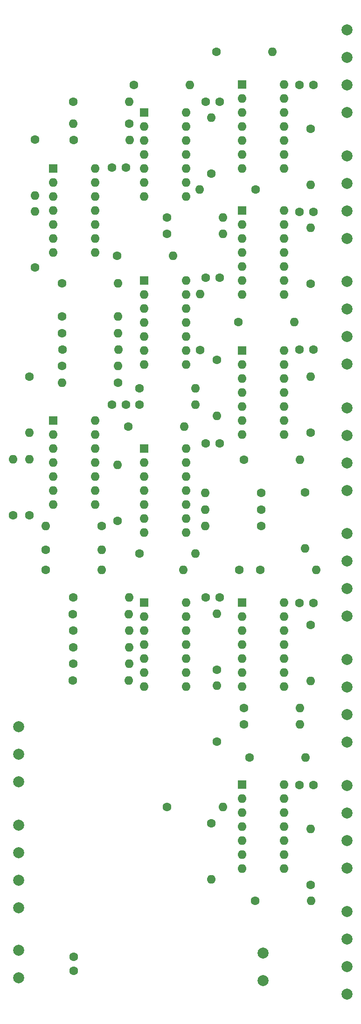
<source format=gbr>
%TF.GenerationSoftware,KiCad,Pcbnew,(6.0.8)*%
%TF.CreationDate,2022-11-05T23:26:06+09:00*%
%TF.ProjectId,CIRCUITOS,43495243-5549-4544-9f53-2e6b69636164,rev?*%
%TF.SameCoordinates,Original*%
%TF.FileFunction,Soldermask,Bot*%
%TF.FilePolarity,Negative*%
%FSLAX46Y46*%
G04 Gerber Fmt 4.6, Leading zero omitted, Abs format (unit mm)*
G04 Created by KiCad (PCBNEW (6.0.8)) date 2022-11-05 23:26:06*
%MOMM*%
%LPD*%
G01*
G04 APERTURE LIST*
%ADD10C,1.600000*%
%ADD11O,1.600000X1.600000*%
%ADD12R,1.600000X1.600000*%
%ADD13C,2.000000*%
G04 APERTURE END LIST*
D10*
%TO.C,R90*%
X129920000Y-113000000D03*
D11*
X140080000Y-113000000D03*
%TD*%
D10*
%TO.C,R89*%
X117920000Y-127000000D03*
D11*
X128080000Y-127000000D03*
%TD*%
D10*
%TO.C,R87*%
X152080000Y-102000000D03*
D11*
X141920000Y-102000000D03*
%TD*%
D10*
%TO.C,R86*%
X112920000Y-116000000D03*
D11*
X123080000Y-116000000D03*
%TD*%
D10*
%TO.C,R85*%
X152080000Y-108000000D03*
D11*
X141920000Y-108000000D03*
%TD*%
D10*
%TO.C,R84*%
X152080000Y-105000000D03*
D11*
X141920000Y-105000000D03*
%TD*%
D10*
%TO.C,R83*%
X117840000Y-136000000D03*
D11*
X128000000Y-136000000D03*
%TD*%
D10*
%TO.C,R82*%
X144000000Y-147080000D03*
D11*
X144000000Y-136920000D03*
%TD*%
D10*
%TO.C,R81*%
X117920000Y-130000000D03*
D11*
X128080000Y-130000000D03*
%TD*%
D10*
%TO.C,R80*%
X117920000Y-133000000D03*
D11*
X128080000Y-133000000D03*
%TD*%
D10*
%TO.C,R79*%
X117840000Y-124000000D03*
D11*
X128000000Y-124000000D03*
%TD*%
D10*
%TO.C,R78*%
X117920000Y-121000000D03*
D11*
X128080000Y-121000000D03*
%TD*%
D10*
%TO.C,R77*%
X148080000Y-116000000D03*
D11*
X137920000Y-116000000D03*
%TD*%
D10*
%TO.C,R76*%
X144000000Y-134080000D03*
D11*
X144000000Y-123920000D03*
%TD*%
D10*
%TO.C,R69*%
X123080000Y-108000000D03*
D11*
X112920000Y-108000000D03*
%TD*%
D10*
%TO.C,R67*%
X118000000Y-38000000D03*
D11*
X128160000Y-38000000D03*
%TD*%
D10*
%TO.C,R64*%
X117920000Y-31000000D03*
D11*
X128080000Y-31000000D03*
%TD*%
D10*
%TO.C,R62*%
X128920000Y-28000000D03*
D11*
X139080000Y-28000000D03*
%TD*%
D10*
%TO.C,R61*%
X126080000Y-82000000D03*
D11*
X115920000Y-82000000D03*
%TD*%
D10*
%TO.C,R60*%
X111000000Y-37920000D03*
D11*
X111000000Y-48080000D03*
%TD*%
D10*
%TO.C,R59*%
X110000000Y-80920000D03*
D11*
X110000000Y-91080000D03*
%TD*%
D10*
%TO.C,R54*%
X110000000Y-106080000D03*
D11*
X110000000Y-95920000D03*
%TD*%
D10*
%TO.C,R53*%
X107000000Y-106080000D03*
D11*
X107000000Y-95920000D03*
%TD*%
D10*
%TO.C,R52*%
X128080000Y-35000000D03*
D11*
X117920000Y-35000000D03*
%TD*%
D10*
%TO.C,R49*%
X115920000Y-64000000D03*
D11*
X126080000Y-64000000D03*
%TD*%
D10*
%TO.C,R48*%
X125920000Y-59000000D03*
D11*
X136080000Y-59000000D03*
%TD*%
D10*
%TO.C,R46*%
X115920000Y-73000000D03*
D11*
X126080000Y-73000000D03*
%TD*%
D10*
%TO.C,R45*%
X116000000Y-76000000D03*
D11*
X126160000Y-76000000D03*
%TD*%
D10*
%TO.C,R44*%
X115920000Y-79000000D03*
D11*
X126080000Y-79000000D03*
%TD*%
D10*
%TO.C,R43*%
X111000000Y-61080000D03*
D11*
X111000000Y-50920000D03*
%TD*%
D10*
%TO.C,R41*%
X134920000Y-52000000D03*
D11*
X145080000Y-52000000D03*
%TD*%
D10*
%TO.C,R38*%
X134920000Y-55000000D03*
D11*
X145080000Y-55000000D03*
%TD*%
D10*
%TO.C,R34*%
X134920000Y-159000000D03*
D11*
X145080000Y-159000000D03*
%TD*%
D10*
%TO.C,R33*%
X112920000Y-112320000D03*
D11*
X123080000Y-112320000D03*
%TD*%
D10*
%TO.C,R31*%
X161000000Y-173080000D03*
D11*
X161000000Y-162920000D03*
%TD*%
D10*
%TO.C,R30*%
X143000000Y-161920000D03*
D11*
X143000000Y-172080000D03*
%TD*%
D10*
%TO.C,R27*%
X150920000Y-176000000D03*
D11*
X161080000Y-176000000D03*
%TD*%
D10*
%TO.C,R26*%
X151920000Y-116000000D03*
D11*
X162080000Y-116000000D03*
%TD*%
D10*
%TO.C,R25*%
X129920000Y-83000000D03*
D11*
X140080000Y-83000000D03*
%TD*%
D10*
%TO.C,R24*%
X126000000Y-107080000D03*
D11*
X126000000Y-96920000D03*
%TD*%
D10*
%TO.C,R23*%
X148920000Y-144000000D03*
D11*
X159080000Y-144000000D03*
%TD*%
D10*
%TO.C,R22*%
X161000000Y-125920000D03*
D11*
X161000000Y-136080000D03*
%TD*%
D10*
%TO.C,R19*%
X148920000Y-141000000D03*
D11*
X159080000Y-141000000D03*
%TD*%
D10*
%TO.C,R18*%
X161000000Y-91080000D03*
D11*
X161000000Y-80920000D03*
%TD*%
D10*
%TO.C,R17*%
X129920000Y-86000000D03*
D11*
X140080000Y-86000000D03*
%TD*%
D10*
%TO.C,R16*%
X141000000Y-76080000D03*
D11*
X141000000Y-65920000D03*
%TD*%
D10*
%TO.C,R15*%
X148920000Y-96000000D03*
D11*
X159080000Y-96000000D03*
%TD*%
D10*
%TO.C,R14*%
X144000000Y-77840000D03*
D11*
X144000000Y-88000000D03*
%TD*%
D10*
%TO.C,R11*%
X160000000Y-101920000D03*
D11*
X160000000Y-112080000D03*
%TD*%
D10*
%TO.C,R10*%
X143000000Y-44080000D03*
D11*
X143000000Y-33920000D03*
%TD*%
D10*
%TO.C,R9*%
X143920000Y-22000000D03*
D11*
X154080000Y-22000000D03*
%TD*%
D10*
%TO.C,R8*%
X115920000Y-70000000D03*
D11*
X126080000Y-70000000D03*
%TD*%
D10*
%TO.C,R7*%
X161000000Y-64080000D03*
D11*
X161000000Y-53920000D03*
%TD*%
D10*
%TO.C,R6*%
X151000000Y-47000000D03*
D11*
X140840000Y-47000000D03*
%TD*%
D10*
%TO.C,R3*%
X161000000Y-35920000D03*
D11*
X161000000Y-46080000D03*
%TD*%
D10*
%TO.C,R2*%
X127920000Y-90000000D03*
D11*
X138080000Y-90000000D03*
%TD*%
D10*
%TO.C,R1*%
X149920000Y-150000000D03*
D11*
X160080000Y-150000000D03*
%TD*%
D10*
%TO.C,R58*%
X147920000Y-71000000D03*
D11*
X158080000Y-71000000D03*
%TD*%
D12*
%TO.C,PXor3*%
X130820000Y-93980000D03*
D11*
X130820000Y-96520000D03*
X130820000Y-99060000D03*
X130820000Y-101600000D03*
X130820000Y-104140000D03*
X130820000Y-106680000D03*
X130820000Y-109220000D03*
X138440000Y-109220000D03*
X138440000Y-106680000D03*
X138440000Y-104140000D03*
X138440000Y-101600000D03*
X138440000Y-99060000D03*
X138440000Y-96520000D03*
X138440000Y-93980000D03*
%TD*%
D12*
%TO.C,PXor2*%
X130820000Y-121920000D03*
D11*
X130820000Y-124460000D03*
X130820000Y-127000000D03*
X130820000Y-129540000D03*
X130820000Y-132080000D03*
X130820000Y-134620000D03*
X130820000Y-137160000D03*
X138440000Y-137160000D03*
X138440000Y-134620000D03*
X138440000Y-132080000D03*
X138440000Y-129540000D03*
X138440000Y-127000000D03*
X138440000Y-124460000D03*
X138440000Y-121920000D03*
%TD*%
D12*
%TO.C,PXor1*%
X130820000Y-33015000D03*
D11*
X130820000Y-35555000D03*
X130820000Y-38095000D03*
X130820000Y-40635000D03*
X130820000Y-43175000D03*
X130820000Y-45715000D03*
X130820000Y-48255000D03*
X138440000Y-48255000D03*
X138440000Y-45715000D03*
X138440000Y-43175000D03*
X138440000Y-40635000D03*
X138440000Y-38095000D03*
X138440000Y-35555000D03*
X138440000Y-33015000D03*
%TD*%
%TO.C,PAND7*%
X156220000Y-154935000D03*
X156220000Y-157475000D03*
X156220000Y-160015000D03*
X156220000Y-162555000D03*
X156220000Y-165095000D03*
X156220000Y-167635000D03*
X156220000Y-170175000D03*
X148600000Y-170175000D03*
X148600000Y-167635000D03*
X148600000Y-165095000D03*
X148600000Y-162555000D03*
X148600000Y-160015000D03*
X148600000Y-157475000D03*
D12*
X148600000Y-154935000D03*
%TD*%
D11*
%TO.C,PAND6*%
X156220000Y-121915000D03*
X156220000Y-124455000D03*
X156220000Y-126995000D03*
X156220000Y-129535000D03*
X156220000Y-132075000D03*
X156220000Y-134615000D03*
X156220000Y-137155000D03*
X148600000Y-137155000D03*
X148600000Y-134615000D03*
X148600000Y-132075000D03*
X148600000Y-129535000D03*
X148600000Y-126995000D03*
X148600000Y-124455000D03*
D12*
X148600000Y-121915000D03*
%TD*%
D11*
%TO.C,PAND5*%
X156220000Y-76200000D03*
X156220000Y-78740000D03*
X156220000Y-81280000D03*
X156220000Y-83820000D03*
X156220000Y-86360000D03*
X156220000Y-88900000D03*
X156220000Y-91440000D03*
X148600000Y-91440000D03*
X148600000Y-88900000D03*
X148600000Y-86360000D03*
X148600000Y-83820000D03*
X148600000Y-81280000D03*
X148600000Y-78740000D03*
D12*
X148600000Y-76200000D03*
%TD*%
%TO.C,PAND4*%
X148600000Y-27935000D03*
D11*
X148600000Y-30475000D03*
X148600000Y-33015000D03*
X148600000Y-35555000D03*
X148600000Y-38095000D03*
X148600000Y-40635000D03*
X148600000Y-43175000D03*
X156220000Y-43175000D03*
X156220000Y-40635000D03*
X156220000Y-38095000D03*
X156220000Y-35555000D03*
X156220000Y-33015000D03*
X156220000Y-30475000D03*
X156220000Y-27935000D03*
%TD*%
D12*
%TO.C,PAND3*%
X114300000Y-88895000D03*
D11*
X114300000Y-91435000D03*
X114300000Y-93975000D03*
X114300000Y-96515000D03*
X114300000Y-99055000D03*
X114300000Y-101595000D03*
X114300000Y-104135000D03*
X121920000Y-104135000D03*
X121920000Y-101595000D03*
X121920000Y-99055000D03*
X121920000Y-96515000D03*
X121920000Y-93975000D03*
X121920000Y-91435000D03*
X121920000Y-88895000D03*
%TD*%
D12*
%TO.C,PAND2*%
X130820000Y-63500000D03*
D11*
X130820000Y-66040000D03*
X130820000Y-68580000D03*
X130820000Y-71120000D03*
X130820000Y-73660000D03*
X130820000Y-76200000D03*
X130820000Y-78740000D03*
X138440000Y-78740000D03*
X138440000Y-76200000D03*
X138440000Y-73660000D03*
X138440000Y-71120000D03*
X138440000Y-68580000D03*
X138440000Y-66040000D03*
X138440000Y-63500000D03*
%TD*%
D12*
%TO.C,PAND1*%
X148600000Y-50795000D03*
D11*
X148600000Y-53335000D03*
X148600000Y-55875000D03*
X148600000Y-58415000D03*
X148600000Y-60955000D03*
X148600000Y-63495000D03*
X148600000Y-66035000D03*
X156220000Y-66035000D03*
X156220000Y-63495000D03*
X156220000Y-60955000D03*
X156220000Y-58415000D03*
X156220000Y-55875000D03*
X156220000Y-53335000D03*
X156220000Y-50795000D03*
%TD*%
D13*
%TO.C,JSerial_R-P1*%
X108000000Y-162260000D03*
X108000000Y-167260000D03*
X108000000Y-172260000D03*
X108000000Y-177260000D03*
%TD*%
%TO.C,JSelector1*%
X108000000Y-144440000D03*
X108000000Y-149440000D03*
X108000000Y-154440000D03*
%TD*%
%TO.C,JPower2*%
X152400000Y-190500000D03*
X152400000Y-185500000D03*
%TD*%
%TO.C,JPower1*%
X108000000Y-185000000D03*
X108000000Y-190000000D03*
%TD*%
%TO.C,J7*%
X167640000Y-177920000D03*
X167640000Y-182920000D03*
X167640000Y-187920000D03*
X167640000Y-192920000D03*
%TD*%
%TO.C,J6*%
X167640000Y-155100000D03*
X167640000Y-160100000D03*
X167640000Y-165100000D03*
X167640000Y-170100000D03*
%TD*%
%TO.C,J5*%
X167640000Y-132200000D03*
X167640000Y-137200000D03*
X167640000Y-142200000D03*
X167640000Y-147200000D03*
%TD*%
%TO.C,J4*%
X167640000Y-109340000D03*
X167640000Y-114340000D03*
X167640000Y-119340000D03*
X167640000Y-124340000D03*
%TD*%
%TO.C,J3*%
X167640000Y-86600000D03*
X167640000Y-91600000D03*
X167640000Y-96600000D03*
X167640000Y-101600000D03*
%TD*%
%TO.C,J2*%
X167640000Y-63620000D03*
X167640000Y-68620000D03*
X167640000Y-73620000D03*
X167640000Y-78620000D03*
%TD*%
%TO.C,J1*%
X167640000Y-40880000D03*
X167640000Y-45880000D03*
X167640000Y-50880000D03*
X167640000Y-55880000D03*
%TD*%
%TO.C,J0*%
X167640000Y-18020000D03*
X167640000Y-23020000D03*
X167640000Y-28020000D03*
X167640000Y-33020000D03*
%TD*%
D12*
%TO.C,INOT1*%
X114300000Y-43175000D03*
D11*
X114300000Y-45715000D03*
X114300000Y-48255000D03*
X114300000Y-50795000D03*
X114300000Y-53335000D03*
X114300000Y-55875000D03*
X114300000Y-58415000D03*
X121920000Y-58415000D03*
X121920000Y-55875000D03*
X121920000Y-53335000D03*
X121920000Y-50795000D03*
X121920000Y-48255000D03*
X121920000Y-45715000D03*
X121920000Y-43175000D03*
%TD*%
D10*
%TO.C,C12*%
X159000000Y-122000000D03*
X161500000Y-122000000D03*
%TD*%
%TO.C,C11*%
X125000000Y-43000000D03*
X127500000Y-43000000D03*
%TD*%
%TO.C,C10*%
X159000000Y-51000000D03*
X161500000Y-51000000D03*
%TD*%
%TO.C,C9*%
X142000000Y-93000000D03*
X144500000Y-93000000D03*
%TD*%
%TO.C,C8*%
X142000000Y-121000000D03*
X144500000Y-121000000D03*
%TD*%
%TO.C,C7*%
X125000000Y-86000000D03*
X127500000Y-86000000D03*
%TD*%
%TO.C,C6*%
X159000000Y-76000000D03*
X161500000Y-76000000D03*
%TD*%
%TO.C,C5*%
X159000000Y-155000000D03*
X161500000Y-155000000D03*
%TD*%
%TO.C,C4*%
X142000000Y-31000000D03*
X144500000Y-31000000D03*
%TD*%
%TO.C,C3*%
X142000000Y-63000000D03*
X144500000Y-63000000D03*
%TD*%
%TO.C,C2*%
X159000000Y-28000000D03*
X161500000Y-28000000D03*
%TD*%
%TO.C,C1*%
X118000000Y-188660000D03*
X118000000Y-186160000D03*
%TD*%
M02*

</source>
